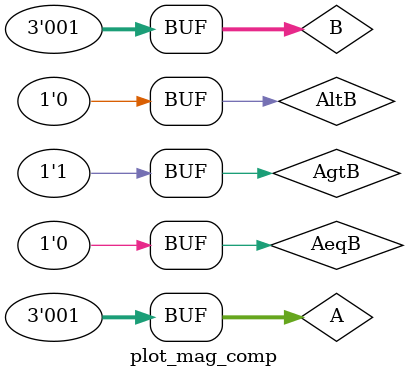
<source format=v>
module plot_mag_comp();
    reg [2:0] A, B;
    wire AltB, AgtB, AeqB;
    assign AltB = (A<B);
    assign AgtB = (A==B);
    assign AeqB = (A>B);
    initial begin
        $dumpfile("plot_mag_comp.vcd");
        $dumpvars(0, plot_mag_comp);
        A = 0; B = 0; #10;
        A = 0; B = 1; #10;
        A = 1; B = 0; #10;
        A = 1; B = 1; #10;
    end
endmodule
</source>
